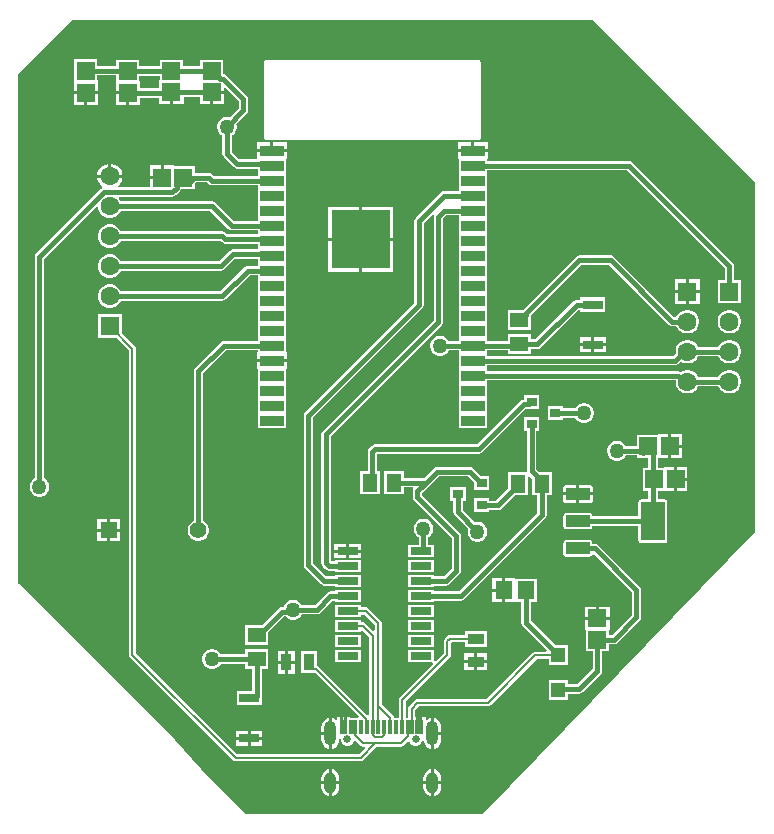
<source format=gbr>
%TF.GenerationSoftware,Altium Limited,Altium Designer,22.1.2 (22)*%
G04 Layer_Physical_Order=1*
G04 Layer_Color=255*
%FSLAX45Y45*%
%MOMM*%
%TF.SameCoordinates,487542E7-F005-4C77-86B1-A0AEE8F943D7*%
%TF.FilePolarity,Positive*%
%TF.FileFunction,Copper,L1,Top,Signal*%
%TF.Part,Single*%
G01*
G75*
%TA.AperFunction,SMDPad,CuDef*%
%ADD10R,2.00000X0.90000*%
%ADD11R,5.00000X5.00000*%
%ADD12R,1.80000X0.64000*%
G04:AMPARAMS|DCode=13|XSize=1mm|YSize=2.05mm|CornerRadius=0.05mm|HoleSize=0mm|Usage=FLASHONLY|Rotation=90.000|XOffset=0mm|YOffset=0mm|HoleType=Round|Shape=RoundedRectangle|*
%AMROUNDEDRECTD13*
21,1,1.00000,1.95000,0,0,90.0*
21,1,0.90000,2.05000,0,0,90.0*
1,1,0.10000,0.97500,0.45000*
1,1,0.10000,0.97500,-0.45000*
1,1,0.10000,-0.97500,-0.45000*
1,1,0.10000,-0.97500,0.45000*
%
%ADD13ROUNDEDRECTD13*%
G04:AMPARAMS|DCode=14|XSize=3.25mm|YSize=2.05mm|CornerRadius=0.05125mm|HoleSize=0mm|Usage=FLASHONLY|Rotation=90.000|XOffset=0mm|YOffset=0mm|HoleType=Round|Shape=RoundedRectangle|*
%AMROUNDEDRECTD14*
21,1,3.25000,1.94750,0,0,90.0*
21,1,3.14750,2.05000,0,0,90.0*
1,1,0.10250,0.97375,1.57375*
1,1,0.10250,0.97375,-1.57375*
1,1,0.10250,-0.97375,-1.57375*
1,1,0.10250,-0.97375,1.57375*
%
%ADD14ROUNDEDRECTD14*%
%ADD15R,1.55000X1.50000*%
%ADD16R,1.25000X1.55000*%
%ADD17R,0.90000X0.80000*%
%ADD18R,1.70000X0.80000*%
%ADD19R,1.50000X1.55000*%
%ADD20R,1.45000X0.95000*%
%TA.AperFunction,ConnectorPad*%
%ADD21R,0.30000X1.15000*%
%TA.AperFunction,SMDPad,CuDef*%
%ADD22R,1.55000X1.55000*%
%ADD23R,1.22000X1.25000*%
%ADD24R,0.95000X1.45000*%
%ADD25R,1.40000X1.55000*%
%ADD26R,1.55000X1.25000*%
%TA.AperFunction,Conductor*%
%ADD27C,0.38100*%
%ADD28C,0.20320*%
%ADD29C,0.12700*%
%TA.AperFunction,ComponentPad*%
%ADD30R,1.40000X1.40000*%
%ADD31C,1.40000*%
%ADD32C,1.60000*%
%ADD33R,1.60000X1.60000*%
%ADD34C,0.65000*%
G04:AMPARAMS|DCode=35|XSize=1mm|YSize=1.8mm|CornerRadius=0.5mm|HoleSize=0mm|Usage=FLASHONLY|Rotation=0.000|XOffset=0mm|YOffset=0mm|HoleType=Round|Shape=RoundedRectangle|*
%AMROUNDEDRECTD35*
21,1,1.00000,0.80000,0,0,0.0*
21,1,0.00000,1.80000,0,0,0.0*
1,1,1.00000,0.00000,-0.40000*
1,1,1.00000,0.00000,-0.40000*
1,1,1.00000,0.00000,0.40000*
1,1,1.00000,0.00000,0.40000*
%
%ADD35ROUNDEDRECTD35*%
G04:AMPARAMS|DCode=36|XSize=1mm|YSize=2.1mm|CornerRadius=0.5mm|HoleSize=0mm|Usage=FLASHONLY|Rotation=0.000|XOffset=0mm|YOffset=0mm|HoleType=Round|Shape=RoundedRectangle|*
%AMROUNDEDRECTD36*
21,1,1.00000,1.10000,0,0,0.0*
21,1,0.00000,2.10000,0,0,0.0*
1,1,1.00000,0.00000,-0.55000*
1,1,1.00000,0.00000,-0.55000*
1,1,1.00000,0.00000,0.55000*
1,1,1.00000,0.00000,0.55000*
%
%ADD36ROUNDEDRECTD36*%
%TA.AperFunction,ViaPad*%
%ADD37C,1.27000*%
G36*
X12868083Y7896416D02*
Y4937355D01*
X10561681Y2548267D01*
X8551533D01*
X8172450Y2927350D01*
X7886700Y3251200D01*
X6629400Y4508500D01*
Y8813800D01*
X7086600Y9271000D01*
X11493500D01*
X12868083Y7896416D01*
D02*
G37*
%LPC*%
G36*
X8370600Y8647599D02*
X8280400D01*
Y8559900D01*
X8370600D01*
Y8647599D01*
D02*
G37*
G36*
X7303800Y8645101D02*
X7213600D01*
Y8554900D01*
X7303800D01*
Y8645101D01*
D02*
G37*
G36*
X7188200D02*
X7098000D01*
Y8554900D01*
X7188200D01*
Y8645101D01*
D02*
G37*
G36*
X7543800Y8641501D02*
X7453600D01*
Y8551300D01*
X7543800D01*
Y8641501D01*
D02*
G37*
G36*
X7298720Y8940620D02*
X7103080D01*
Y8760700D01*
X7098000D01*
Y8670501D01*
X7200900D01*
X7303800D01*
Y8760700D01*
X7298720D01*
Y8802659D01*
X7458680D01*
Y8757100D01*
X7453600D01*
Y8666901D01*
X7556500D01*
Y8654201D01*
X7569200D01*
Y8551300D01*
X7659400D01*
Y8614059D01*
X7821900D01*
Y8559900D01*
X7912100D01*
Y8660299D01*
X7937500D01*
Y8559900D01*
X8027700D01*
Y8620159D01*
X8164800D01*
Y8559900D01*
X8255000D01*
Y8660299D01*
X8267700D01*
Y8672999D01*
X8370600D01*
Y8692216D01*
X8382333Y8697076D01*
X8494259Y8585150D01*
Y8525627D01*
X8418367Y8449735D01*
X8405735Y8453120D01*
X8383665D01*
X8362347Y8447408D01*
X8343233Y8436373D01*
X8327627Y8420767D01*
X8316592Y8401653D01*
X8310880Y8380335D01*
Y8358265D01*
X8316592Y8336947D01*
X8327627Y8317833D01*
X8343233Y8302227D01*
X8354559Y8295689D01*
Y8140700D01*
X8357614Y8125339D01*
X8366316Y8112316D01*
X8455216Y8023416D01*
X8468239Y8014714D01*
X8483600Y8011659D01*
X8655380D01*
Y7952241D01*
X8283789D01*
X8270146Y7965884D01*
X8257123Y7974586D01*
X8241762Y7977641D01*
X8121720D01*
Y8035320D01*
X7946800D01*
Y8040400D01*
X7859100D01*
Y7937500D01*
X7846400D01*
Y7924800D01*
X7746000D01*
Y7855711D01*
X7474979D01*
X7471370Y7868411D01*
X7488441Y7885483D01*
X7502317Y7909517D01*
X7509500Y7936324D01*
Y7937500D01*
X7404100D01*
X7298700D01*
Y7936324D01*
X7305883Y7909517D01*
X7319759Y7885483D01*
X7339383Y7865859D01*
X7339688Y7865683D01*
X7339453Y7857928D01*
X7338162Y7851899D01*
X7326271Y7843954D01*
X6778816Y7296499D01*
X6770114Y7283476D01*
X6767059Y7268115D01*
Y5394911D01*
X6755733Y5388373D01*
X6740127Y5372767D01*
X6729092Y5353653D01*
X6723380Y5332335D01*
Y5310265D01*
X6729092Y5288947D01*
X6740127Y5269833D01*
X6755733Y5254227D01*
X6774847Y5243192D01*
X6796165Y5237480D01*
X6818235D01*
X6839553Y5243192D01*
X6858667Y5254227D01*
X6874273Y5269833D01*
X6885308Y5288947D01*
X6891020Y5310265D01*
Y5332335D01*
X6885308Y5353653D01*
X6874273Y5372767D01*
X6858667Y5388373D01*
X6847341Y5394911D01*
Y7251488D01*
X7292047Y7696193D01*
X7303780Y7691333D01*
Y7682993D01*
X7310617Y7657478D01*
X7323824Y7634602D01*
X7342502Y7615924D01*
X7365378Y7602717D01*
X7390893Y7595880D01*
X7417307D01*
X7442822Y7602717D01*
X7465698Y7615924D01*
X7484376Y7634602D01*
X7496764Y7656059D01*
X8253989D01*
X8407332Y7502716D01*
X8420355Y7494014D01*
X8435716Y7490959D01*
X8655380D01*
Y7456941D01*
X8398627D01*
X8384984Y7470584D01*
X8371961Y7479286D01*
X8356600Y7482341D01*
X7496764D01*
X7484376Y7503798D01*
X7465698Y7522476D01*
X7442822Y7535683D01*
X7417307Y7542520D01*
X7390893D01*
X7365378Y7535683D01*
X7342502Y7522476D01*
X7323824Y7503798D01*
X7310617Y7480922D01*
X7303780Y7455407D01*
Y7428993D01*
X7310617Y7403478D01*
X7323824Y7380602D01*
X7342502Y7361924D01*
X7365378Y7348717D01*
X7390893Y7341880D01*
X7417307D01*
X7442822Y7348717D01*
X7465698Y7361924D01*
X7484376Y7380602D01*
X7496764Y7402059D01*
X8339973D01*
X8353616Y7388416D01*
X8366639Y7379714D01*
X8382000Y7376659D01*
X8655380D01*
Y7329941D01*
X8445500D01*
X8430139Y7326886D01*
X8417116Y7318184D01*
X8327273Y7228341D01*
X7496764D01*
X7484376Y7249798D01*
X7465698Y7268476D01*
X7442822Y7281683D01*
X7417307Y7288520D01*
X7390893D01*
X7365378Y7281683D01*
X7342502Y7268476D01*
X7323824Y7249798D01*
X7310617Y7226922D01*
X7303780Y7201407D01*
Y7174993D01*
X7310617Y7149478D01*
X7323824Y7126602D01*
X7342502Y7107924D01*
X7365378Y7094717D01*
X7390893Y7087880D01*
X7417307D01*
X7442822Y7094717D01*
X7465698Y7107924D01*
X7484376Y7126602D01*
X7496764Y7148059D01*
X8343900D01*
X8359261Y7151114D01*
X8372284Y7159816D01*
X8462127Y7249659D01*
X8655380D01*
Y7190241D01*
X8572500D01*
X8557139Y7187186D01*
X8544116Y7178484D01*
X8339973Y6974341D01*
X7496764D01*
X7484376Y6995798D01*
X7465698Y7014476D01*
X7442822Y7027683D01*
X7417307Y7034520D01*
X7390893D01*
X7365378Y7027683D01*
X7342502Y7014476D01*
X7323824Y6995798D01*
X7310617Y6972922D01*
X7303780Y6947407D01*
Y6920993D01*
X7310617Y6895478D01*
X7323824Y6872602D01*
X7342502Y6853924D01*
X7365378Y6840717D01*
X7390893Y6833880D01*
X7417307D01*
X7442822Y6840717D01*
X7465698Y6853924D01*
X7484376Y6872602D01*
X7496764Y6894059D01*
X8356600D01*
X8371961Y6897114D01*
X8384984Y6905816D01*
X8589127Y7109959D01*
X8655380D01*
Y6957780D01*
Y6830780D01*
Y6703780D01*
Y6555241D01*
X8369300D01*
X8353939Y6552186D01*
X8340916Y6543484D01*
X8124016Y6326584D01*
X8115314Y6313561D01*
X8112259Y6298200D01*
Y5034117D01*
X8096942Y5025274D01*
X8080126Y5008458D01*
X8068235Y4987862D01*
X8062080Y4964891D01*
Y4941109D01*
X8068235Y4918138D01*
X8080126Y4897542D01*
X8096942Y4880726D01*
X8117538Y4868835D01*
X8140509Y4862680D01*
X8164291D01*
X8187262Y4868835D01*
X8207858Y4880726D01*
X8224674Y4897542D01*
X8236565Y4918138D01*
X8242720Y4941109D01*
Y4964891D01*
X8236565Y4987862D01*
X8224674Y5008458D01*
X8207858Y5025274D01*
X8192541Y5034117D01*
Y6281573D01*
X8385927Y6474959D01*
X8655380D01*
Y6458500D01*
X8650300D01*
Y6400800D01*
X8901100D01*
Y6458500D01*
X8896020D01*
Y6576780D01*
Y6703780D01*
Y6830780D01*
Y6957780D01*
Y7084780D01*
Y7211780D01*
Y7338780D01*
Y7465780D01*
Y7592780D01*
Y7719780D01*
Y7846780D01*
Y7973780D01*
Y8095700D01*
X8901100D01*
Y8153400D01*
X8650300D01*
Y8095700D01*
X8639157Y8091941D01*
X8500227D01*
X8434841Y8157327D01*
Y8295689D01*
X8446167Y8302227D01*
X8461773Y8317833D01*
X8472808Y8336947D01*
X8478520Y8358265D01*
Y8380335D01*
X8475135Y8392967D01*
X8562784Y8480616D01*
X8571486Y8493639D01*
X8574541Y8509000D01*
Y8601778D01*
X8571486Y8617139D01*
X8562784Y8630162D01*
X8389892Y8803054D01*
X8376869Y8811756D01*
X8365520Y8814013D01*
Y8935620D01*
X8169880D01*
Y8880441D01*
X8022620D01*
Y8935620D01*
X7826980D01*
Y8879341D01*
X7654320D01*
Y8937020D01*
X7458680D01*
Y8882941D01*
X7298720D01*
Y8940620D01*
D02*
G37*
G36*
X10525700Y8930818D02*
X8725700D01*
X8717772Y8929241D01*
X8711050Y8924750D01*
X8706559Y8918028D01*
X8704982Y8910100D01*
Y8280100D01*
X8706559Y8272171D01*
X8711050Y8265450D01*
X8717772Y8260959D01*
X8725700Y8259382D01*
X10525700D01*
X10533628Y8260959D01*
X10540350Y8265450D01*
X10544841Y8272171D01*
X10546418Y8280100D01*
Y8910100D01*
X10544841Y8918028D01*
X10540350Y8924750D01*
X10533628Y8929241D01*
X10525700Y8930818D01*
D02*
G37*
G36*
X10601100Y8236500D02*
X10488400D01*
Y8178800D01*
X10601100D01*
Y8236500D01*
D02*
G37*
G36*
X10463000D02*
X10350300D01*
Y8178800D01*
X10463000D01*
Y8236500D01*
D02*
G37*
G36*
X8901100D02*
X8788400D01*
Y8178800D01*
X8901100D01*
Y8236500D01*
D02*
G37*
G36*
X8763000D02*
X8650300D01*
Y8178800D01*
X8763000D01*
Y8236500D01*
D02*
G37*
G36*
X7417976Y8055600D02*
X7416800D01*
Y7962900D01*
X7509500D01*
Y7964076D01*
X7502317Y7990883D01*
X7488441Y8014917D01*
X7468817Y8034541D01*
X7444783Y8048417D01*
X7417976Y8055600D01*
D02*
G37*
G36*
X7391400D02*
X7390224D01*
X7363417Y8048417D01*
X7339383Y8034541D01*
X7319759Y8014917D01*
X7305883Y7990883D01*
X7298700Y7964076D01*
Y7962900D01*
X7391400D01*
Y8055600D01*
D02*
G37*
G36*
X7833700Y8040400D02*
X7746000D01*
Y7950200D01*
X7833700D01*
Y8040400D01*
D02*
G37*
G36*
X9801100Y7691500D02*
X9538400D01*
Y7428800D01*
X9801100D01*
Y7691500D01*
D02*
G37*
G36*
X9513000D02*
X9250300D01*
Y7428800D01*
X9513000D01*
Y7691500D01*
D02*
G37*
G36*
X9801100Y7403400D02*
X9538400D01*
Y7140700D01*
X9801100D01*
Y7403400D01*
D02*
G37*
G36*
X9513000D02*
X9250300D01*
Y7140700D01*
X9513000D01*
Y7403400D01*
D02*
G37*
G36*
X12399000Y7077700D02*
X12306300D01*
Y6985000D01*
X12399000D01*
Y7077700D01*
D02*
G37*
G36*
X12280900D02*
X12188200D01*
Y6985000D01*
X12280900D01*
Y7077700D01*
D02*
G37*
G36*
X10601100Y8153400D02*
X10350300D01*
Y8095700D01*
X10355380D01*
Y7973780D01*
Y7825241D01*
X10236200D01*
X10220839Y7822186D01*
X10207816Y7813484D01*
X9991916Y7597584D01*
X9983214Y7584561D01*
X9980159Y7569200D01*
Y6874627D01*
X9055197Y5949666D01*
X9046496Y5936643D01*
X9043440Y5921282D01*
Y4657818D01*
X9046496Y4642457D01*
X9055197Y4629434D01*
X9191816Y4492816D01*
X9204839Y4484114D01*
X9220200Y4481059D01*
X9307380D01*
Y4468880D01*
X9528020D01*
Y4573520D01*
X9307380D01*
Y4561341D01*
X9236827D01*
X9123723Y4674446D01*
Y5904654D01*
X10048684Y6829616D01*
X10057386Y6842639D01*
X10060441Y6858000D01*
Y7552573D01*
X10138095Y7630226D01*
X10148314Y7622661D01*
X10145259Y7607300D01*
Y6734927D01*
X9204516Y5794184D01*
X9195814Y5781162D01*
X9192759Y5765800D01*
Y4670518D01*
X9195814Y4655157D01*
X9204516Y4642134D01*
X9226834Y4619816D01*
X9239857Y4611114D01*
X9255218Y4608059D01*
X9307380D01*
Y4595880D01*
X9528020D01*
Y4700520D01*
X9307380D01*
Y4688341D01*
X9273041D01*
Y5749173D01*
X10213784Y6689916D01*
X10222486Y6702939D01*
X10225541Y6718300D01*
Y7590673D01*
X10252827Y7617959D01*
X10355380D01*
Y7465780D01*
Y7338780D01*
Y7211780D01*
Y7084780D01*
Y6957780D01*
Y6830780D01*
Y6703780D01*
Y6555241D01*
X10271711D01*
X10265173Y6566567D01*
X10249567Y6582173D01*
X10230453Y6593208D01*
X10209135Y6598920D01*
X10187065D01*
X10165747Y6593208D01*
X10146633Y6582173D01*
X10131027Y6566567D01*
X10119992Y6547453D01*
X10114280Y6526135D01*
Y6504065D01*
X10119992Y6482747D01*
X10131027Y6463633D01*
X10146633Y6448027D01*
X10165747Y6436992D01*
X10187065Y6431280D01*
X10209135D01*
X10230453Y6436992D01*
X10249567Y6448027D01*
X10265173Y6463633D01*
X10271711Y6474959D01*
X10355380D01*
Y6322780D01*
Y6195780D01*
Y6068780D01*
Y5941780D01*
Y5814780D01*
X10596020D01*
Y5941780D01*
Y6068780D01*
Y6220959D01*
X12193187D01*
X12193280Y6220865D01*
Y6197093D01*
X12200117Y6171578D01*
X12213324Y6148702D01*
X12232002Y6130024D01*
X12254878Y6116817D01*
X12280393Y6109980D01*
X12306807D01*
X12332322Y6116817D01*
X12355198Y6130024D01*
X12373876Y6148702D01*
X12386264Y6170159D01*
X12556536D01*
X12568924Y6148702D01*
X12587602Y6130024D01*
X12610478Y6116817D01*
X12635993Y6109980D01*
X12662407D01*
X12687922Y6116817D01*
X12710798Y6130024D01*
X12729476Y6148702D01*
X12742683Y6171578D01*
X12749520Y6197093D01*
Y6223507D01*
X12742683Y6249022D01*
X12729476Y6271898D01*
X12710798Y6290576D01*
X12687922Y6303783D01*
X12662407Y6310620D01*
X12635993D01*
X12610478Y6303783D01*
X12587602Y6290576D01*
X12568924Y6271898D01*
X12556536Y6250441D01*
X12386264D01*
X12373876Y6271898D01*
X12355198Y6290576D01*
X12332322Y6303783D01*
X12306807Y6310620D01*
X12280393D01*
X12254878Y6303783D01*
X12234450Y6291989D01*
X12225175Y6298186D01*
X12209814Y6301241D01*
X10596020D01*
Y6347959D01*
X12184414D01*
X12199775Y6351014D01*
X12212798Y6359716D01*
X12235238Y6382156D01*
X12254878Y6370817D01*
X12280393Y6363980D01*
X12306807D01*
X12332322Y6370817D01*
X12355198Y6384024D01*
X12373876Y6402702D01*
X12386264Y6424159D01*
X12556536D01*
X12568924Y6402702D01*
X12587602Y6384024D01*
X12610478Y6370817D01*
X12635993Y6363980D01*
X12662407D01*
X12687922Y6370817D01*
X12710798Y6384024D01*
X12729476Y6402702D01*
X12742683Y6425578D01*
X12749520Y6451093D01*
Y6477507D01*
X12742683Y6503022D01*
X12729476Y6525898D01*
X12710798Y6544576D01*
X12687922Y6557783D01*
X12662407Y6564620D01*
X12635993D01*
X12610478Y6557783D01*
X12587602Y6544576D01*
X12568924Y6525898D01*
X12556536Y6504441D01*
X12386264D01*
X12373876Y6525898D01*
X12355198Y6544576D01*
X12332322Y6557783D01*
X12306807Y6564620D01*
X12280393D01*
X12254878Y6557783D01*
X12232002Y6544576D01*
X12213324Y6525898D01*
X12200117Y6503022D01*
X12193280Y6477507D01*
Y6453735D01*
X12167787Y6428241D01*
X10596020D01*
Y6474959D01*
X10773380D01*
Y6444080D01*
X10969020D01*
Y6486759D01*
X11023707D01*
X11039069Y6489814D01*
X11052091Y6498516D01*
X11375480Y6821905D01*
X11388180Y6820697D01*
Y6802580D01*
X11598820D01*
Y6923220D01*
X11388180D01*
Y6903041D01*
X11359707D01*
X11344346Y6899986D01*
X11331323Y6891284D01*
X11007080Y6567041D01*
X10969020D01*
Y6609720D01*
X10773380D01*
Y6555241D01*
X10596020D01*
Y6703780D01*
Y6830780D01*
Y6957780D01*
Y7084780D01*
Y7211780D01*
Y7338780D01*
Y7465780D01*
Y7592780D01*
Y7719780D01*
Y7846780D01*
Y7998959D01*
X11781613D01*
X12609059Y7171513D01*
Y7072620D01*
X12548880D01*
Y6871980D01*
X12749520D01*
Y7072620D01*
X12689341D01*
Y7188140D01*
X12686286Y7203501D01*
X12677584Y7216524D01*
X11826624Y8067484D01*
X11813601Y8076186D01*
X11798240Y8079241D01*
X10596020D01*
Y8095700D01*
X10601100D01*
Y8153400D01*
D02*
G37*
G36*
X12399000Y6959600D02*
X12306300D01*
Y6866900D01*
X12399000D01*
Y6959600D01*
D02*
G37*
G36*
X12280900D02*
X12188200D01*
Y6866900D01*
X12280900D01*
Y6959600D01*
D02*
G37*
G36*
X12662407Y6818620D02*
X12635993D01*
X12610478Y6811783D01*
X12587602Y6798576D01*
X12568924Y6779898D01*
X12555717Y6757022D01*
X12548880Y6731507D01*
Y6705093D01*
X12555717Y6679578D01*
X12568924Y6656702D01*
X12587602Y6638024D01*
X12610478Y6624817D01*
X12635993Y6617980D01*
X12662407D01*
X12687922Y6624817D01*
X12710798Y6638024D01*
X12729476Y6656702D01*
X12742683Y6679578D01*
X12749520Y6705093D01*
Y6731507D01*
X12742683Y6757022D01*
X12729476Y6779898D01*
X12710798Y6798576D01*
X12687922Y6811783D01*
X12662407Y6818620D01*
D02*
G37*
G36*
X11645900Y7279141D02*
X11378300D01*
X11362938Y7276086D01*
X11349916Y7267384D01*
X10901266Y6818734D01*
X10898583Y6814720D01*
X10773380D01*
Y6649080D01*
X10969020D01*
Y6771472D01*
X10969387Y6773319D01*
X11394927Y7198859D01*
X11629273D01*
X12138216Y6689916D01*
X12151239Y6681214D01*
X12166600Y6678159D01*
X12200936D01*
X12213324Y6656702D01*
X12232002Y6638024D01*
X12254878Y6624817D01*
X12280393Y6617980D01*
X12306807D01*
X12332322Y6624817D01*
X12355198Y6638024D01*
X12373876Y6656702D01*
X12387083Y6679578D01*
X12393920Y6705093D01*
Y6731507D01*
X12387083Y6757022D01*
X12373876Y6779898D01*
X12355198Y6798576D01*
X12332322Y6811783D01*
X12306807Y6818620D01*
X12280393D01*
X12254878Y6811783D01*
X12232002Y6798576D01*
X12213324Y6779898D01*
X12200936Y6758441D01*
X12183227D01*
X11674284Y7267384D01*
X11661262Y7276086D01*
X11645900Y7279141D01*
D02*
G37*
G36*
X11603900Y6588300D02*
X11506200D01*
Y6535600D01*
X11603900D01*
Y6588300D01*
D02*
G37*
G36*
X11480800D02*
X11383100D01*
Y6535600D01*
X11480800D01*
Y6588300D01*
D02*
G37*
G36*
X11603900Y6510200D02*
X11506200D01*
Y6457500D01*
X11603900D01*
Y6510200D01*
D02*
G37*
G36*
X11480800D02*
X11383100D01*
Y6457500D01*
X11480800D01*
Y6510200D01*
D02*
G37*
G36*
X11428335Y6027420D02*
X11406265D01*
X11384947Y6021708D01*
X11365833Y6010673D01*
X11350227Y5995067D01*
X11343689Y5983741D01*
X11239720D01*
Y6003920D01*
X11109080D01*
Y5883280D01*
X11239720D01*
Y5903459D01*
X11343689D01*
X11350227Y5892133D01*
X11365833Y5876527D01*
X11384947Y5865492D01*
X11406265Y5859780D01*
X11428335D01*
X11449653Y5865492D01*
X11468767Y5876527D01*
X11484373Y5892133D01*
X11495408Y5911247D01*
X11501120Y5932565D01*
Y5954635D01*
X11495408Y5975953D01*
X11484373Y5995067D01*
X11468767Y6010673D01*
X11449653Y6021708D01*
X11428335Y6027420D01*
D02*
G37*
G36*
X8901100Y6375400D02*
X8650300D01*
Y6317700D01*
X8655380D01*
Y6195780D01*
Y6068780D01*
Y5941780D01*
Y5814780D01*
X8896020D01*
Y5941780D01*
Y6068780D01*
Y6195780D01*
Y6317700D01*
X8901100D01*
Y6375400D01*
D02*
G37*
G36*
X12243800Y5767100D02*
X12156100D01*
Y5676900D01*
X12243800D01*
Y5767100D01*
D02*
G37*
G36*
X12130700D02*
X12043000D01*
Y5762020D01*
X11868080D01*
Y5666241D01*
X11770311D01*
X11763773Y5677567D01*
X11748167Y5693173D01*
X11729053Y5704208D01*
X11707735Y5709920D01*
X11685665D01*
X11664347Y5704208D01*
X11645233Y5693173D01*
X11629627Y5677567D01*
X11618592Y5658453D01*
X11612880Y5637135D01*
Y5615065D01*
X11618592Y5593747D01*
X11629627Y5574633D01*
X11645233Y5559027D01*
X11664347Y5547992D01*
X11685665Y5542280D01*
X11707735D01*
X11729053Y5547992D01*
X11748167Y5559027D01*
X11763773Y5574633D01*
X11770311Y5585959D01*
X11868080D01*
Y5566380D01*
X11908348D01*
X11916750Y5564709D01*
X11925152Y5566380D01*
X11961359D01*
Y5482620D01*
X11917780D01*
Y5286980D01*
X11961359D01*
Y5212519D01*
X11904125D01*
X11894197Y5210544D01*
X11885780Y5204920D01*
X11880156Y5196503D01*
X11878181Y5186575D01*
Y5069341D01*
X11489816D01*
Y5074200D01*
X11487851Y5084079D01*
X11482255Y5092455D01*
X11473879Y5098051D01*
X11464000Y5100016D01*
X11269000D01*
X11259121Y5098051D01*
X11250745Y5092455D01*
X11245149Y5084079D01*
X11243184Y5074200D01*
Y4984200D01*
X11245149Y4974321D01*
X11250745Y4965945D01*
X11259121Y4960349D01*
X11269000Y4958384D01*
X11464000D01*
X11473879Y4960349D01*
X11482255Y4965945D01*
X11487851Y4974321D01*
X11489816Y4984200D01*
Y4989059D01*
X11878181D01*
Y4871825D01*
X11880156Y4861897D01*
X11885780Y4853480D01*
X11894197Y4847856D01*
X11904125Y4845881D01*
X12098875D01*
X12108803Y4847856D01*
X12117220Y4853480D01*
X12122844Y4861897D01*
X12124819Y4871825D01*
Y5186575D01*
X12122844Y5196503D01*
X12117220Y5204920D01*
X12108803Y5210544D01*
X12098875Y5212519D01*
X12041641D01*
Y5286980D01*
X12092700D01*
Y5281900D01*
X12180400D01*
Y5384800D01*
Y5487700D01*
X12092700D01*
Y5482620D01*
X12041641D01*
Y5549163D01*
X12043000Y5561300D01*
X12130700D01*
Y5664200D01*
Y5767100D01*
D02*
G37*
G36*
X12243800Y5651500D02*
X12156100D01*
Y5561300D01*
X12243800D01*
Y5651500D01*
D02*
G37*
G36*
X12293500Y5487700D02*
X12205800D01*
Y5397500D01*
X12293500D01*
Y5487700D01*
D02*
G37*
G36*
X10450000Y5488441D02*
X10172700D01*
X10157339Y5485386D01*
X10144316Y5476684D01*
X10063393Y5395761D01*
X9893300D01*
Y5453440D01*
X9727660D01*
Y5257800D01*
X9893300D01*
Y5315479D01*
X9966543D01*
X9973332Y5302779D01*
X9970514Y5298561D01*
X9967459Y5283200D01*
Y5231000D01*
X9970514Y5215639D01*
X9979216Y5202616D01*
X10297659Y4884173D01*
Y4626727D01*
X10232273Y4561341D01*
X10149020D01*
Y4573520D01*
X9928380D01*
Y4468880D01*
X10149020D01*
Y4481059D01*
X10248900D01*
X10264261Y4484114D01*
X10277284Y4492816D01*
X10366184Y4581716D01*
X10374886Y4594739D01*
X10377941Y4610100D01*
Y4900800D01*
X10374886Y4916162D01*
X10366184Y4929184D01*
X10047741Y5247627D01*
Y5266573D01*
X10108404Y5327236D01*
X10189327Y5408159D01*
X10433373D01*
X10485180Y5356351D01*
Y5292480D01*
X10615820D01*
Y5413120D01*
X10541949D01*
X10478384Y5476684D01*
X10465361Y5485386D01*
X10450000Y5488441D01*
D02*
G37*
G36*
X12293500Y5372100D02*
X12205800D01*
Y5281900D01*
X12293500D01*
Y5372100D01*
D02*
G37*
G36*
X11464000Y5335196D02*
X11379200D01*
Y5271900D01*
X11494996D01*
Y5304200D01*
X11492636Y5316062D01*
X11485917Y5326117D01*
X11475861Y5332836D01*
X11464000Y5335196D01*
D02*
G37*
G36*
X11353800D02*
X11269000D01*
X11257139Y5332836D01*
X11247083Y5326117D01*
X11240364Y5316062D01*
X11238004Y5304200D01*
Y5271900D01*
X11353800D01*
Y5335196D01*
D02*
G37*
G36*
X11039720Y6098920D02*
X10909080D01*
Y6057791D01*
X10907150D01*
X10891788Y6054736D01*
X10878766Y6046034D01*
X10511673Y5678941D01*
X9648918D01*
X9633557Y5675886D01*
X9620534Y5667184D01*
X9598216Y5644866D01*
X9589514Y5631843D01*
X9586459Y5616482D01*
Y5453440D01*
X9522660D01*
Y5257800D01*
X9688300D01*
Y5453440D01*
X9666741D01*
Y5598659D01*
X10528300D01*
X10543661Y5601714D01*
X10556684Y5610416D01*
X10923777Y5977508D01*
X10953450D01*
X10957329Y5978280D01*
X11039720D01*
Y6098920D01*
D02*
G37*
G36*
X11494996Y5246500D02*
X11379200D01*
Y5183205D01*
X11464000D01*
X11475861Y5185564D01*
X11485917Y5192283D01*
X11492636Y5202339D01*
X11494996Y5214200D01*
Y5246500D01*
D02*
G37*
G36*
X11353800D02*
X11238004D01*
Y5214200D01*
X11240364Y5202339D01*
X11247083Y5192283D01*
X11257139Y5185564D01*
X11269000Y5183205D01*
X11353800D01*
Y5246500D01*
D02*
G37*
G36*
X7487800Y5048400D02*
X7405100D01*
Y4965700D01*
X7487800D01*
Y5048400D01*
D02*
G37*
G36*
X7379700D02*
X7297000D01*
Y4965700D01*
X7379700D01*
Y5048400D01*
D02*
G37*
G36*
X7487800Y4940300D02*
X7405100D01*
Y4857600D01*
X7487800D01*
Y4940300D01*
D02*
G37*
G36*
X7379700D02*
X7297000D01*
Y4857600D01*
X7379700D01*
Y4940300D01*
D02*
G37*
G36*
X10415820Y5318120D02*
X10285180D01*
Y5197480D01*
X10310359D01*
Y5105400D01*
X10313414Y5090039D01*
X10322116Y5077016D01*
X10435165Y4963967D01*
X10431780Y4951335D01*
Y4929265D01*
X10437492Y4907947D01*
X10448527Y4888833D01*
X10464133Y4873227D01*
X10483247Y4862192D01*
X10504565Y4856480D01*
X10526635D01*
X10547953Y4862192D01*
X10567067Y4873227D01*
X10582673Y4888833D01*
X10593708Y4907947D01*
X10599420Y4929265D01*
Y4951335D01*
X10593708Y4972653D01*
X10582673Y4991767D01*
X10567067Y5007373D01*
X10547953Y5018408D01*
X10526635Y5024120D01*
X10504565D01*
X10491933Y5020735D01*
X10390641Y5122027D01*
Y5197480D01*
X10415820D01*
Y5318120D01*
D02*
G37*
G36*
X9533100Y4832600D02*
X9430400D01*
Y4787900D01*
X9533100D01*
Y4832600D01*
D02*
G37*
G36*
X9405000D02*
X9302300D01*
Y4787900D01*
X9405000D01*
Y4832600D01*
D02*
G37*
G36*
X10069435Y5049520D02*
X10047365D01*
X10026047Y5043808D01*
X10006933Y5032773D01*
X9991327Y5017167D01*
X9980292Y4998053D01*
X9974580Y4976735D01*
Y4954665D01*
X9980292Y4933347D01*
X9991327Y4914233D01*
X10006933Y4898627D01*
X10018259Y4892089D01*
Y4827520D01*
X9928380D01*
Y4722880D01*
X10149020D01*
Y4827520D01*
X10098541D01*
Y4892089D01*
X10109867Y4898627D01*
X10125473Y4914233D01*
X10136508Y4933347D01*
X10142220Y4954665D01*
Y4976735D01*
X10136508Y4998053D01*
X10125473Y5017167D01*
X10109867Y5032773D01*
X10090753Y5043808D01*
X10069435Y5049520D01*
D02*
G37*
G36*
X9533100Y4762500D02*
X9430400D01*
Y4717800D01*
X9533100D01*
Y4762500D01*
D02*
G37*
G36*
X9405000D02*
X9302300D01*
Y4717800D01*
X9405000D01*
Y4762500D01*
D02*
G37*
G36*
X10149020Y4700520D02*
X9928380D01*
Y4595880D01*
X10149020D01*
Y4700520D01*
D02*
G37*
G36*
X10725400Y4547900D02*
X10642700D01*
Y4457700D01*
X10725400D01*
Y4547900D01*
D02*
G37*
G36*
X11039720Y5908920D02*
X10909080D01*
Y5788280D01*
X10934259D01*
Y5449900D01*
X10929843Y5444520D01*
X10774780D01*
Y5305649D01*
X10672073Y5202941D01*
X10615820D01*
Y5223120D01*
X10485180D01*
Y5102480D01*
X10615820D01*
Y5122659D01*
X10688700D01*
X10704061Y5125714D01*
X10717084Y5134416D01*
X10831549Y5248880D01*
X10940420D01*
Y5409151D01*
X10953120Y5414412D01*
X10979780Y5387751D01*
Y5248880D01*
X11022459D01*
Y5097527D01*
X10359273Y4434341D01*
X10149020D01*
Y4446520D01*
X9928380D01*
Y4341880D01*
X10149020D01*
Y4354059D01*
X10375900D01*
X10391261Y4357114D01*
X10404284Y4365816D01*
X11090984Y5052516D01*
X11099686Y5065539D01*
X11102742Y5080900D01*
Y5248880D01*
X11145420D01*
Y5444520D01*
X11036549D01*
X11014541Y5466527D01*
Y5788280D01*
X11039720D01*
Y5908920D01*
D02*
G37*
G36*
X10725400Y4432300D02*
X10642700D01*
Y4342100D01*
X10725400D01*
Y4432300D01*
D02*
G37*
G36*
X9528020Y4446520D02*
X9307380D01*
Y4434341D01*
X9271000D01*
X9255639Y4431286D01*
X9242616Y4422584D01*
X9140073Y4320041D01*
X9027111D01*
X9020573Y4331367D01*
X9004967Y4346973D01*
X8985853Y4358008D01*
X8964535Y4363720D01*
X8942465D01*
X8921147Y4358008D01*
X8902033Y4346973D01*
X8886427Y4331367D01*
X8875392Y4312253D01*
X8872921Y4303031D01*
X8861690D01*
X8846328Y4299976D01*
X8833305Y4291274D01*
X8689751Y4147720D01*
X8550880D01*
Y3982080D01*
X8746520D01*
Y4090952D01*
X8878317Y4222748D01*
X8892112D01*
X8902033Y4212827D01*
X8921147Y4201792D01*
X8942465Y4196080D01*
X8964535D01*
X8985853Y4201792D01*
X9004967Y4212827D01*
X9020573Y4228433D01*
X9027111Y4239759D01*
X9156700D01*
X9172061Y4242814D01*
X9185084Y4251516D01*
X9287627Y4354059D01*
X9307380D01*
Y4341880D01*
X9528020D01*
Y4446520D01*
D02*
G37*
G36*
X11634500Y4305200D02*
X11544300D01*
Y4217500D01*
X11634500D01*
Y4305200D01*
D02*
G37*
G36*
X11518900D02*
X11428700D01*
Y4217500D01*
X11518900D01*
Y4305200D01*
D02*
G37*
G36*
X10149020Y4319520D02*
X9928380D01*
Y4214880D01*
X10149020D01*
Y4319520D01*
D02*
G37*
G36*
Y4192520D02*
X9928380D01*
Y4087880D01*
X10149020D01*
Y4192520D01*
D02*
G37*
G36*
X11464000Y4870016D02*
X11269000D01*
X11259121Y4868051D01*
X11250745Y4862455D01*
X11245149Y4854079D01*
X11243184Y4844200D01*
Y4754200D01*
X11245149Y4744321D01*
X11250745Y4735945D01*
X11259121Y4730349D01*
X11269000Y4728384D01*
X11464000D01*
X11473879Y4730349D01*
X11482255Y4735945D01*
X11487851Y4744320D01*
X11501615Y4748417D01*
X11821659Y4428373D01*
Y4233027D01*
X11653573Y4064942D01*
X11629420D01*
Y4104400D01*
X11634500D01*
Y4192100D01*
X11428700D01*
Y4104400D01*
X11433780D01*
Y3929480D01*
X11491459D01*
Y3775827D01*
X11362573Y3646941D01*
X11282720D01*
Y3681820D01*
X11120080D01*
Y3516180D01*
X11282720D01*
Y3566659D01*
X11379200D01*
X11394561Y3569714D01*
X11407584Y3578416D01*
X11559984Y3730816D01*
X11568686Y3743839D01*
X11571741Y3759200D01*
Y3929480D01*
X11629420D01*
Y3984659D01*
X11670200D01*
X11685562Y3987714D01*
X11698584Y3996416D01*
X11890184Y4188016D01*
X11898886Y4201039D01*
X11901941Y4216400D01*
Y4445000D01*
X11898886Y4460361D01*
X11890184Y4473384D01*
X11535984Y4827584D01*
X11522961Y4836286D01*
X11507600Y4839341D01*
X11489816D01*
Y4844200D01*
X11487851Y4854079D01*
X11482255Y4862455D01*
X11473879Y4868051D01*
X11464000Y4870016D01*
D02*
G37*
G36*
X10149020Y4065520D02*
X9928380D01*
Y3960880D01*
X10149020D01*
Y4065520D01*
D02*
G37*
G36*
X9528020D02*
X9307380D01*
Y3960880D01*
X9528020D01*
Y4065520D01*
D02*
G37*
G36*
X10600800Y3912400D02*
X10515600D01*
Y3852200D01*
X10600800D01*
Y3912400D01*
D02*
G37*
G36*
X10490200D02*
X10405000D01*
Y3852200D01*
X10490200D01*
Y3912400D01*
D02*
G37*
G36*
X8971100Y3933300D02*
X8910900D01*
Y3848100D01*
X8971100D01*
Y3933300D01*
D02*
G37*
G36*
X8885500D02*
X8825300D01*
Y3848100D01*
X8885500D01*
Y3933300D01*
D02*
G37*
G36*
X9528020Y3938520D02*
X9307380D01*
Y3833880D01*
X9528020D01*
Y3938520D01*
D02*
G37*
G36*
X7504420Y6780520D02*
X7303780D01*
Y6579880D01*
X7460470D01*
X7563523Y6476828D01*
Y3898900D01*
X7565888Y3887007D01*
X7572625Y3876925D01*
X8446430Y3003121D01*
X8456512Y2996384D01*
X8468404Y2994019D01*
X9526606D01*
X9538499Y2996384D01*
X9548581Y3003121D01*
X9665252Y3119793D01*
X9869170D01*
X9881063Y3122158D01*
X9891145Y3128895D01*
X9927579Y3165330D01*
X9942560Y3162350D01*
X9947021Y3151580D01*
X9961880Y3136721D01*
X9981293Y3128680D01*
X10002306D01*
X10021720Y3136721D01*
X10036579Y3151580D01*
X10044620Y3170994D01*
Y3185412D01*
X10055630Y3194932D01*
X10056353Y3195124D01*
X10058749Y3194397D01*
Y3176500D01*
X10061341Y3156816D01*
X10068938Y3138475D01*
X10081024Y3122724D01*
X10096775Y3110638D01*
X10115116Y3103041D01*
X10122100Y3102121D01*
Y3231500D01*
Y3360879D01*
X10115116Y3359959D01*
X10096775Y3352362D01*
X10090900Y3347854D01*
X10078200Y3354117D01*
Y3370900D01*
X10050500D01*
Y3288000D01*
X10025100D01*
Y3370900D01*
X10020500D01*
Y3288000D01*
X9995100D01*
Y3370900D01*
X9988877D01*
Y3429828D01*
X10020472Y3461423D01*
X10604500D01*
X10616393Y3463788D01*
X10626475Y3470525D01*
X11018873Y3862923D01*
X11120080D01*
Y3811180D01*
X11282720D01*
Y3976820D01*
X11176848D01*
X10968241Y4185427D01*
Y4347180D01*
X11018420D01*
Y4542820D01*
X10844095D01*
X10833500Y4547900D01*
X10827184Y4547900D01*
X10750800D01*
Y4445000D01*
Y4342100D01*
X10827184D01*
X10833500Y4342100D01*
X10844095Y4347180D01*
X10887958D01*
Y4168800D01*
X10891014Y4153439D01*
X10899716Y4140416D01*
X11103321Y3936811D01*
X11098461Y3925077D01*
X11006000D01*
X10994107Y3922712D01*
X10984025Y3915975D01*
X10591628Y3523577D01*
X10007600D01*
X9995707Y3521212D01*
X9985625Y3514475D01*
X9935825Y3464675D01*
X9929088Y3454593D01*
X9926723Y3442700D01*
Y3365820D01*
X9911677D01*
Y3505028D01*
X10283575Y3876925D01*
X10290312Y3887007D01*
X10292677Y3898900D01*
Y3999309D01*
X10296791Y4003423D01*
X10410080D01*
Y3966680D01*
X10595720D01*
Y4102320D01*
X10410080D01*
Y4065577D01*
X10283918D01*
X10272026Y4063212D01*
X10261944Y4056475D01*
X10239625Y4034156D01*
X10232888Y4024074D01*
X10230523Y4012181D01*
Y3911772D01*
X10161720Y3842969D01*
X10149020Y3848230D01*
Y3938520D01*
X9928380D01*
Y3833880D01*
X10134670D01*
X10139930Y3821180D01*
X9858625Y3539875D01*
X9851888Y3529793D01*
X9849523Y3517900D01*
Y3365820D01*
X9808877D01*
Y3366177D01*
X9806512Y3378070D01*
X9799775Y3388152D01*
X9708877Y3479050D01*
Y4165200D01*
X9706512Y4177093D01*
X9699775Y4187175D01*
X9597775Y4289175D01*
X9587693Y4295912D01*
X9575800Y4298277D01*
X9528020D01*
Y4319520D01*
X9307380D01*
Y4214880D01*
X9528020D01*
Y4236123D01*
X9562928D01*
X9646723Y4152327D01*
Y4104421D01*
X9634990Y4099560D01*
X9572375Y4162175D01*
X9562293Y4168912D01*
X9550400Y4171277D01*
X9528020D01*
Y4192520D01*
X9307380D01*
Y4087880D01*
X9528020D01*
Y4101416D01*
X9540720Y4105930D01*
X9596723Y4049927D01*
Y3388294D01*
X9584023Y3383033D01*
X9171538Y3795518D01*
X9162716Y3801412D01*
X9161020Y3801750D01*
Y3928220D01*
X9025380D01*
Y3742580D01*
X9147564D01*
X9512591Y3377553D01*
X9507730Y3365820D01*
X9438200D01*
Y3370900D01*
X9410500D01*
Y3288000D01*
X9385100D01*
Y3370900D01*
X9380500D01*
Y3288000D01*
X9355100D01*
Y3370900D01*
X9327400D01*
Y3354117D01*
X9314700Y3347854D01*
X9308825Y3352362D01*
X9290484Y3359959D01*
X9283500Y3360879D01*
Y3231500D01*
Y3102121D01*
X9290484Y3103041D01*
X9308825Y3110638D01*
X9324576Y3122724D01*
X9336662Y3138475D01*
X9344259Y3156816D01*
X9346851Y3176500D01*
Y3194397D01*
X9349247Y3195124D01*
X9349970Y3194932D01*
X9360980Y3185412D01*
Y3170994D01*
X9369021Y3151580D01*
X9383880Y3136721D01*
X9403294Y3128680D01*
X9424307D01*
X9443720Y3136721D01*
X9458579Y3151580D01*
X9466620Y3170994D01*
Y3172837D01*
X9478353Y3177697D01*
X9527155Y3128895D01*
X9537237Y3122158D01*
X9549130Y3119793D01*
X9560760D01*
X9565620Y3108060D01*
X9513733Y3056173D01*
X8481277D01*
X7625677Y3911773D01*
Y6489700D01*
X7623312Y6501593D01*
X7616575Y6511675D01*
X7504420Y6623830D01*
Y6780520D01*
D02*
G37*
G36*
X10600800Y3826800D02*
X10515600D01*
Y3766600D01*
X10600800D01*
Y3826800D01*
D02*
G37*
G36*
X10490200D02*
X10405000D01*
Y3766600D01*
X10490200D01*
Y3826800D01*
D02*
G37*
G36*
X8971100Y3822700D02*
X8910900D01*
Y3737500D01*
X8971100D01*
Y3822700D01*
D02*
G37*
G36*
X8885500D02*
X8825300D01*
Y3737500D01*
X8885500D01*
Y3822700D01*
D02*
G37*
G36*
X8278735Y3944620D02*
X8256665D01*
X8235347Y3938908D01*
X8216233Y3927873D01*
X8200627Y3912267D01*
X8189592Y3893153D01*
X8183880Y3871835D01*
Y3849765D01*
X8189592Y3828447D01*
X8200627Y3809333D01*
X8216233Y3793727D01*
X8235347Y3782692D01*
X8256665Y3776980D01*
X8278735D01*
X8300053Y3782692D01*
X8319167Y3793727D01*
X8334773Y3809333D01*
X8341311Y3820659D01*
X8550880D01*
Y3777080D01*
X8608559D01*
Y3590920D01*
X8479880D01*
Y3470280D01*
X8690520D01*
Y3590920D01*
X8688841D01*
Y3777080D01*
X8746520D01*
Y3942720D01*
X8550880D01*
Y3900941D01*
X8341311D01*
X8334773Y3912267D01*
X8319167Y3927873D01*
X8300053Y3938908D01*
X8278735Y3944620D01*
D02*
G37*
G36*
X10147500Y3360879D02*
Y3244200D01*
X10210851D01*
Y3286500D01*
X10208259Y3306184D01*
X10200662Y3324525D01*
X10188576Y3340276D01*
X10172825Y3352362D01*
X10154483Y3359959D01*
X10147500Y3360879D01*
D02*
G37*
G36*
X9258100D02*
X9251117Y3359959D01*
X9232775Y3352362D01*
X9217024Y3340276D01*
X9204938Y3324525D01*
X9197341Y3306184D01*
X9194749Y3286500D01*
Y3244200D01*
X9258100D01*
Y3360879D01*
D02*
G37*
G36*
X8695600Y3256000D02*
X8597900D01*
Y3203300D01*
X8695600D01*
Y3256000D01*
D02*
G37*
G36*
X8572500D02*
X8474800D01*
Y3203300D01*
X8572500D01*
Y3256000D01*
D02*
G37*
G36*
X8695600Y3177900D02*
X8597900D01*
Y3125200D01*
X8695600D01*
Y3177900D01*
D02*
G37*
G36*
X8572500D02*
X8474800D01*
Y3125200D01*
X8572500D01*
Y3177900D01*
D02*
G37*
G36*
X10210851Y3218800D02*
X10147500D01*
Y3102121D01*
X10154483Y3103041D01*
X10172825Y3110638D01*
X10188576Y3122724D01*
X10200662Y3138475D01*
X10208259Y3156816D01*
X10210851Y3176500D01*
Y3218800D01*
D02*
G37*
G36*
X9258100D02*
X9194749D01*
Y3176500D01*
X9197341Y3156816D01*
X9204938Y3138475D01*
X9217024Y3122724D01*
X9232775Y3110638D01*
X9251117Y3103041D01*
X9258100Y3102121D01*
Y3218800D01*
D02*
G37*
G36*
X10147500Y2927879D02*
Y2826200D01*
X10210851D01*
Y2853500D01*
X10208259Y2873183D01*
X10200662Y2891525D01*
X10188576Y2907276D01*
X10172825Y2919362D01*
X10154483Y2926959D01*
X10147500Y2927879D01*
D02*
G37*
G36*
X10122100D02*
X10115116Y2926959D01*
X10096775Y2919362D01*
X10081024Y2907276D01*
X10068938Y2891525D01*
X10061341Y2873183D01*
X10058749Y2853500D01*
Y2826200D01*
X10122100D01*
Y2927879D01*
D02*
G37*
G36*
X9283500D02*
Y2826200D01*
X9346851D01*
Y2853500D01*
X9344259Y2873183D01*
X9336662Y2891525D01*
X9324576Y2907276D01*
X9308825Y2919362D01*
X9290484Y2926959D01*
X9283500Y2927879D01*
D02*
G37*
G36*
X9258100D02*
X9251117Y2926959D01*
X9232775Y2919362D01*
X9217024Y2907276D01*
X9204938Y2891525D01*
X9197341Y2873183D01*
X9194749Y2853500D01*
Y2826200D01*
X9258100D01*
Y2927879D01*
D02*
G37*
G36*
X10210851Y2800800D02*
X10147500D01*
Y2699121D01*
X10154483Y2700041D01*
X10172825Y2707638D01*
X10188576Y2719724D01*
X10200662Y2735475D01*
X10208259Y2753817D01*
X10210851Y2773500D01*
Y2800800D01*
D02*
G37*
G36*
X10122100D02*
X10058749D01*
Y2773500D01*
X10061341Y2753817D01*
X10068938Y2735475D01*
X10081024Y2719724D01*
X10096775Y2707638D01*
X10115116Y2700041D01*
X10122100Y2699121D01*
Y2800800D01*
D02*
G37*
G36*
X9346851D02*
X9283500D01*
Y2699121D01*
X9290484Y2700041D01*
X9308825Y2707638D01*
X9324576Y2719724D01*
X9336662Y2735475D01*
X9344259Y2753817D01*
X9346851Y2773500D01*
Y2800800D01*
D02*
G37*
G36*
X9258100D02*
X9194749D01*
Y2773500D01*
X9197341Y2753817D01*
X9204938Y2735475D01*
X9217024Y2719724D01*
X9232775Y2707638D01*
X9251117Y2700041D01*
X9258100Y2699121D01*
Y2800800D01*
D02*
G37*
%LPD*%
G36*
X7826980Y8760700D02*
X7821900D01*
Y8694342D01*
X7659400D01*
Y8757100D01*
X7654320D01*
Y8799059D01*
X7826980D01*
Y8760700D01*
D02*
G37*
G36*
X8238778Y7883716D02*
X8251800Y7875014D01*
X8267162Y7871959D01*
X8655380D01*
Y7719780D01*
Y7571241D01*
X8452344D01*
X8299001Y7724584D01*
X8285978Y7733286D01*
X8270616Y7736341D01*
X7496764D01*
X7484376Y7757798D01*
X7478478Y7763695D01*
X7483339Y7775429D01*
X7932648D01*
X7948009Y7778484D01*
X7961032Y7787186D01*
X7998834Y7824988D01*
X8007536Y7838011D01*
X8007868Y7839680D01*
X8121720D01*
Y7885880D01*
X8133199Y7897359D01*
X8225135D01*
X8238778Y7883716D01*
D02*
G37*
D10*
X8775700Y8166100D02*
D03*
Y8039100D02*
D03*
Y7912100D02*
D03*
Y7785100D02*
D03*
Y7658100D02*
D03*
Y7531100D02*
D03*
Y7404100D02*
D03*
Y7277100D02*
D03*
Y7150100D02*
D03*
Y7023100D02*
D03*
Y6896100D02*
D03*
Y6769100D02*
D03*
Y6642100D02*
D03*
Y6515100D02*
D03*
Y6388100D02*
D03*
Y6261100D02*
D03*
Y6134100D02*
D03*
Y6007100D02*
D03*
Y5880100D02*
D03*
X10475700D02*
D03*
Y6007100D02*
D03*
Y6134100D02*
D03*
Y6261100D02*
D03*
Y6388100D02*
D03*
Y6515100D02*
D03*
Y6642100D02*
D03*
Y6769100D02*
D03*
Y6896100D02*
D03*
Y7023100D02*
D03*
Y7150100D02*
D03*
Y7277100D02*
D03*
Y7404100D02*
D03*
Y7531100D02*
D03*
Y7658100D02*
D03*
Y7785100D02*
D03*
Y7912100D02*
D03*
Y8039100D02*
D03*
Y8166100D02*
D03*
D11*
X9525700Y7416100D02*
D03*
D12*
X10038700Y4775200D02*
D03*
Y4648200D02*
D03*
Y4521200D02*
D03*
Y4394200D02*
D03*
Y4267200D02*
D03*
Y4140200D02*
D03*
Y4013200D02*
D03*
Y3886200D02*
D03*
X9417700D02*
D03*
Y4013200D02*
D03*
Y4140200D02*
D03*
Y4267200D02*
D03*
Y4394200D02*
D03*
Y4521200D02*
D03*
Y4648200D02*
D03*
Y4775200D02*
D03*
D13*
X11366500Y5259200D02*
D03*
Y5029200D02*
D03*
Y4799200D02*
D03*
D14*
X12001500Y5029200D02*
D03*
D15*
X7924800Y8660300D02*
D03*
Y8840300D02*
D03*
X8267700D02*
D03*
Y8660300D02*
D03*
X11531600Y4024800D02*
D03*
Y4204800D02*
D03*
D16*
X11062600Y5346700D02*
D03*
X10857600D02*
D03*
X9605480Y5355620D02*
D03*
X9810480D02*
D03*
D17*
X10350500Y5257800D02*
D03*
X10550500Y5352800D02*
D03*
Y5162800D02*
D03*
X10974400Y6038600D02*
D03*
Y5848600D02*
D03*
X11174400Y5943600D02*
D03*
D18*
X11493500Y6522900D02*
D03*
Y6862900D02*
D03*
X8585200Y3190600D02*
D03*
Y3530600D02*
D03*
D19*
X12193100Y5384800D02*
D03*
X12013100D02*
D03*
X12143400Y5664200D02*
D03*
X11963400D02*
D03*
X8026400Y7937500D02*
D03*
X7846400D02*
D03*
D20*
X10502900Y4034500D02*
D03*
Y3839500D02*
D03*
D21*
X10037800Y3288000D02*
D03*
X9957800D02*
D03*
X9477800D02*
D03*
X9397800D02*
D03*
X9367800D02*
D03*
X9447800D02*
D03*
X9527800D02*
D03*
X9577800D02*
D03*
X9627800D02*
D03*
X9677800D02*
D03*
X9727800D02*
D03*
X9777800D02*
D03*
X9827800D02*
D03*
X9877800D02*
D03*
X9927800D02*
D03*
X10007800D02*
D03*
D22*
X7556500Y8839200D02*
D03*
Y8654200D02*
D03*
X7200900Y8842800D02*
D03*
Y8657800D02*
D03*
D23*
X11201400Y3894000D02*
D03*
Y3599000D02*
D03*
D24*
X9093200Y3835400D02*
D03*
X8898200D02*
D03*
D25*
X10738100Y4445000D02*
D03*
X10928100D02*
D03*
D26*
X10871200Y6526900D02*
D03*
Y6731900D02*
D03*
X8648700Y3859900D02*
D03*
Y4064900D02*
D03*
D27*
X8152400Y6298200D02*
X8369300Y6515100D01*
X8152400Y4920549D02*
Y6298200D01*
X10475700Y6515100D02*
X10859400D01*
X10198100D02*
X10475700D01*
X11023707Y6526900D02*
X11359707Y6862900D01*
X10859400Y6515100D02*
X10871200Y6526900D01*
X11023707D01*
X9232900Y5765800D02*
X10185400Y6718300D01*
Y7607300D01*
X9232900Y4670518D02*
Y5765800D01*
X11174400Y5943600D02*
X11417300D01*
X10080020Y5355620D02*
X10172700Y5448300D01*
X10007600Y5283200D02*
X10080020Y5355620D01*
X9810480D02*
X10080020D01*
X10172700Y5448300D02*
X10450000D01*
X10007600Y5231000D02*
Y5283200D01*
Y5231000D02*
X10337800Y4900800D01*
X11359707Y6862900D02*
X11493500D01*
X10528300Y5638800D02*
X10907150Y6017650D01*
X10953450D02*
X10974400Y6038600D01*
X9648918Y5638800D02*
X10528300D01*
X10907150Y6017650D02*
X10953450D01*
X8369300Y6515100D02*
X8775700D01*
X12166600Y6718300D02*
X12293600D01*
X11645900Y7239000D02*
X12166600Y6718300D01*
X11378300Y7239000D02*
X11645900D01*
X10929650Y6790350D02*
X11378300Y7239000D01*
X10871200Y6731900D02*
X10886200D01*
X10929650Y6775350D01*
Y6790350D01*
X12293600Y6464300D02*
X12649200D01*
X12293600Y6210300D02*
X12649200D01*
Y6972300D02*
Y7188140D01*
X11798240Y8039100D02*
X12649200Y7188140D01*
X10475700Y8039100D02*
X11798240D01*
X11969750Y5657850D02*
X12001500Y5626100D01*
X11963400Y5664200D02*
X11969750Y5657850D01*
X11988800Y5676900D01*
X11916750Y5604850D02*
X11969750Y5657850D01*
X11916750Y5626100D02*
X11925300D01*
X11737766D02*
X11916750D01*
X12001500Y5029200D02*
Y5626100D01*
X8326150Y8784350D02*
X8333330Y8777170D01*
X8283450Y8827050D02*
X8326150Y8784350D01*
X8270200Y8840300D02*
X8283450Y8827050D01*
X8254450D02*
X8283450D01*
X8241200Y8840300D02*
X8254450Y8827050D01*
X11916750Y5604850D02*
Y5626100D01*
X10928100Y4168800D02*
X11201400Y3895500D01*
Y3894000D02*
Y3895500D01*
X10928100Y4168800D02*
Y4445000D01*
X12184414Y6388100D02*
X12260614Y6464300D01*
X10475700Y6388100D02*
X12184414D01*
X12260614Y6464300D02*
X12293600D01*
X12260614Y6210300D02*
X12293600D01*
X10475700Y6261100D02*
X12209814D01*
X12260614Y6210300D01*
X10058400Y4788150D02*
Y4965700D01*
X10350500Y5105400D02*
Y5257800D01*
Y5105400D02*
X10515600Y4940300D01*
X9626600Y5336950D02*
Y5616482D01*
X9648918Y5638800D01*
X6807200Y5321300D02*
Y7268115D01*
X7354655Y7815570D01*
X8116572Y7937500D02*
X8241762D01*
X7354655Y7815570D02*
X7932648D01*
X7970450Y7853372D01*
Y7879050D01*
X7994678Y7903278D02*
X8082350D01*
X7970450Y7879050D02*
X7994678Y7903278D01*
X7404100Y7696200D02*
X8270616D01*
X8026400Y7937500D02*
X8116572D01*
X8082350Y7903278D02*
X8116572Y7937500D01*
X8647800Y3860800D02*
X8648700Y3859900D01*
X8267700Y3860800D02*
X8647800D01*
X7552900Y8842800D02*
X7556500Y8839200D01*
X7200900Y8842800D02*
X7552900D01*
X8483600Y8051800D02*
X8763000D01*
X8775700Y8039100D01*
X8394700Y8140700D02*
X8483600Y8051800D01*
X8394700Y8140700D02*
Y8369300D01*
X7924800Y8840300D02*
X8241200D01*
X8326150Y8781850D02*
Y8784350D01*
Y8781850D02*
X8333330Y8774670D01*
X8361508D01*
X8333330D02*
Y8777170D01*
X8267700Y8840300D02*
X8270200D01*
X8361508Y8774670D02*
X8534400Y8601778D01*
Y8509000D02*
Y8601778D01*
X8394700Y8369300D02*
X8534400Y8509000D01*
X7924800Y8660300D02*
X8267700D01*
X7918700Y8654200D02*
X7924800Y8660300D01*
X7556500Y8654200D02*
X7918700D01*
X7556500Y8839200D02*
X7923700D01*
X7924800Y8840300D01*
X8241762Y7937500D02*
X8267162Y7912100D01*
X8775700D01*
X8343900Y7188200D02*
X8445500Y7289800D01*
X7404100Y6934200D02*
X8356600D01*
X8572500Y7150100D01*
X7404100Y7188200D02*
X8343900D01*
X8572500Y7150100D02*
X8775700D01*
X10248900Y4521200D02*
X10337800Y4610100D01*
Y4900800D01*
X10688700Y5162800D02*
X10857600Y5331700D01*
X10550500Y5162800D02*
X10688700D01*
X10857600Y5331700D02*
Y5346700D01*
X10974400Y5449900D02*
X11062600Y5361700D01*
X10974400Y5449900D02*
Y5848600D01*
X11062600Y5346700D02*
Y5361700D01*
X10450000Y5448300D02*
X10545500Y5352800D01*
X10550500D01*
X10038700Y4521200D02*
X10248900D01*
X11062600Y5080900D02*
Y5346700D01*
X10375900Y4394200D02*
X11062600Y5080900D01*
X10038700Y4394200D02*
X10375900D01*
X10236200Y7785100D02*
X10475700D01*
X10020300Y6858000D02*
Y7569200D01*
X10236200Y7785100D01*
X10185400Y7607300D02*
X10236200Y7658100D01*
X10475700D01*
X9083582Y4657818D02*
Y5921282D01*
X10020300Y6858000D01*
X9083582Y4657818D02*
X9220200Y4521200D01*
X9417700D01*
X9255218Y4648200D02*
X9417700D01*
X9232900Y4670518D02*
X9255218Y4648200D01*
X10038700Y4775200D02*
X10045450D01*
X10058400Y4788150D01*
X8627750Y3530600D02*
X8648700Y3551550D01*
X8585200Y3530600D02*
X8627750D01*
X11366500Y5029200D02*
X12001500D01*
X11696700Y5626100D02*
X11722100Y5600700D01*
Y5610434D02*
X11737766Y5626100D01*
X11722100Y5600700D02*
Y5610434D01*
X9271000Y4394200D02*
X9417700D01*
X9156700Y4279900D02*
X9271000Y4394200D01*
X8953500Y4279900D02*
X9156700D01*
X8861690Y4262890D02*
X8936490D01*
X8648700Y4064900D02*
X8663700D01*
X8861690Y4262890D01*
X8936490D02*
X8953500Y4279900D01*
X8648700Y3551550D02*
Y3859900D01*
X11531600Y4024800D02*
X11670200D01*
X11861800Y4216400D02*
Y4445000D01*
X11670200Y4024800D02*
X11861800Y4216400D01*
X11507600Y4799200D02*
X11861800Y4445000D01*
X11366500Y4799200D02*
X11507600D01*
X11531600Y3759200D02*
Y4024800D01*
X11379200Y3606800D02*
X11531600Y3759200D01*
X11201400Y3599000D02*
X11209200Y3606800D01*
X11379200D01*
X8270616Y7696200D02*
X8435716Y7531100D01*
X8763000Y7289800D02*
X8775700Y7277100D01*
X8445500Y7289800D02*
X8763000D01*
X8382000Y7416800D02*
X8763000D01*
X8775700Y7404100D01*
X7404100Y7442200D02*
X8356600D01*
X8382000Y7416800D01*
X8435716Y7531100D02*
X8775700D01*
D28*
X7594600Y3898900D02*
X8468404Y3025096D01*
X7404100Y6680200D02*
X7594600Y6489700D01*
Y3898900D02*
Y6489700D01*
X11006000Y3894000D02*
X11201400D01*
X10604500Y3492500D02*
X11006000Y3894000D01*
X9957800Y3288000D02*
Y3442700D01*
X10007600Y3492500D02*
X10604500D01*
X9957800Y3442700D02*
X10007600Y3492500D01*
X9549130Y3150870D02*
X9869170D01*
X8468404Y3025096D02*
X9526606D01*
X9652000Y3150490D01*
X9677800Y3467100D02*
Y4165200D01*
Y3288000D02*
Y3466177D01*
X9777800Y3366177D01*
Y3288000D02*
Y3366177D01*
X9677800Y3466177D02*
Y3467100D01*
X9575800Y4267200D02*
X9677800Y4165200D01*
X9632320Y3217875D02*
Y3283480D01*
X9723280Y3283480D02*
X9727800Y3288000D01*
X9650175Y3200020D02*
X9705425D01*
X9723280Y3217875D02*
Y3283480D01*
X9627800Y3288000D02*
X9632320Y3283480D01*
Y3217875D02*
X9650175Y3200020D01*
X9705425D02*
X9723280Y3217875D01*
X9477800Y3222200D02*
X9549130Y3150870D01*
X9869170D02*
X9927800Y3209500D01*
Y3288000D01*
X9880600D02*
Y3517900D01*
X10261600Y3898900D01*
X9477800Y3222200D02*
Y3288000D01*
X10261600Y4012181D02*
X10283918Y4034500D01*
X10502900D01*
X10261600Y3898900D02*
Y4012181D01*
X9627800Y3288000D02*
Y4062000D01*
X9417700Y4267200D02*
X9575800D01*
X9550400Y4140200D02*
X9627000Y4063600D01*
X9417700Y4140200D02*
X9550400D01*
D29*
X9093200Y3817440D02*
Y3835400D01*
Y3817440D02*
X9134350Y3776290D01*
X9572180Y3293620D02*
Y3356420D01*
X9134350Y3776290D02*
X9152310D01*
X9572180Y3356420D01*
Y3293620D02*
X9577800Y3288000D01*
X9627000Y4062800D02*
X9627800Y4062000D01*
X9627000Y4062800D02*
Y4063600D01*
D30*
X7392400Y4953000D02*
D03*
D31*
X8152400D02*
D03*
D32*
X12649200Y6210300D02*
D03*
Y6464300D02*
D03*
Y6718300D02*
D03*
X7404100Y7442200D02*
D03*
Y6934200D02*
D03*
Y7188200D02*
D03*
Y7696200D02*
D03*
Y7950200D02*
D03*
X12293600Y6210300D02*
D03*
Y6464300D02*
D03*
Y6718300D02*
D03*
D33*
X12649200Y6972300D02*
D03*
X7404100Y6680200D02*
D03*
X12293600Y6972300D02*
D03*
D34*
X9413800Y3181500D02*
D03*
X9991800D02*
D03*
D35*
X10134800Y2813500D02*
D03*
X9270800D02*
D03*
D36*
X10134800Y3231500D02*
D03*
X9270800D02*
D03*
D37*
X10198100Y6515100D02*
D03*
X11417300Y5943600D02*
D03*
X10058400Y4965700D02*
D03*
X10515600Y4940300D02*
D03*
X6807200Y5321300D02*
D03*
X8267700Y3860800D02*
D03*
X8394700Y8369300D02*
D03*
X11696700Y5626100D02*
D03*
X8953500Y4279900D02*
D03*
%TF.MD5,0343eceb88afdc149dbd0375d4c474ed*%
M02*

</source>
